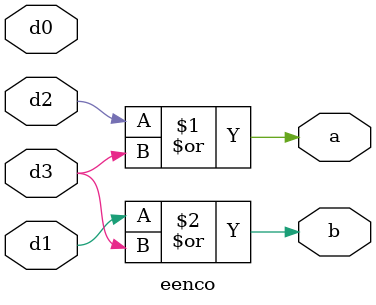
<source format=v>
module eenco(a,b,d0,d1,d2,d3);
output a,b;
input d0,d1,d2,d3;
assign a=d2|d3;
assign b=d1|d3;
endmodule

</source>
